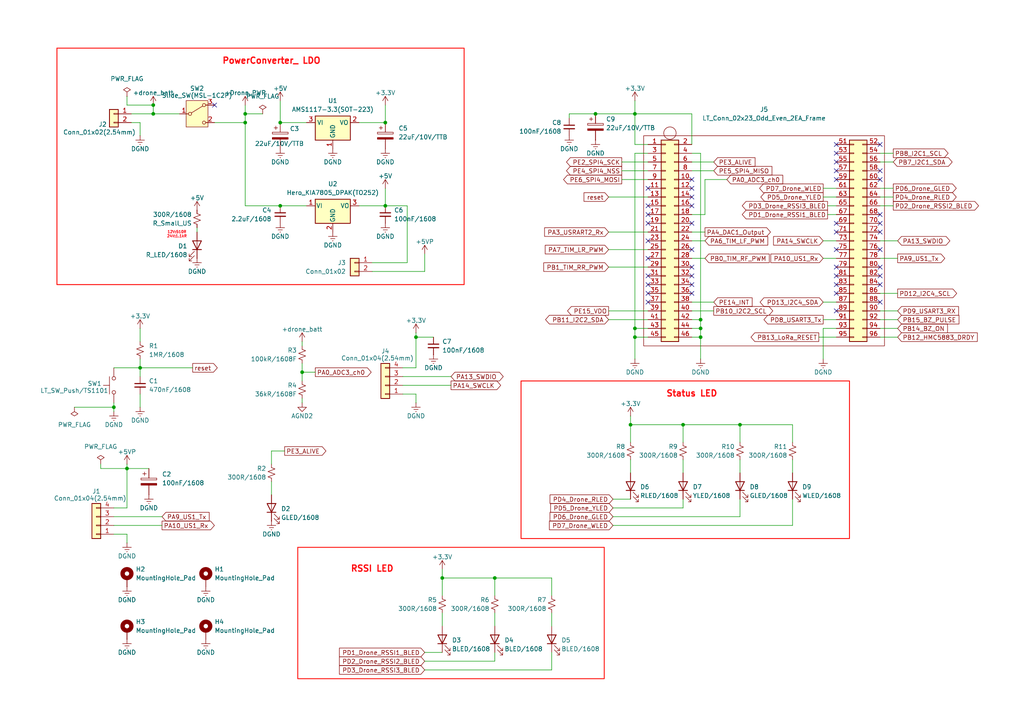
<source format=kicad_sch>
(kicad_sch (version 20250114) (generator "eeschema") (generator_version "9.0")
  (paper "A4")
  (rectangle (start 86.36 158.75) (end 175.26 196.85) (stroke (width 0.254) (color 255 4 0 1)))
  (rectangle (start 16.51 13.97) (end 134.62 82.55) (stroke (width 0.254) (color 255 4 0 1)))
  (rectangle (start 151.13 110.49) (end 246.38 156.21) (stroke (width 0.254) (color 255 4 0 1)))
  (text "RSSI LED" (at 107.95 165.1 0) (effects (font (size 1.778 1.778) (thickness 0.3556) (bold yes))))
  (text "12V:510R\n24V:1.1kR" (at 51.308 68.072 0) (effects (font (size 0.762 0.762))))
  (text "PowerConverter_ LDO" (at 78.74 17.78 0) (effects (font (size 1.778 1.778) (thickness 0.3556) (bold yes))))
  (text "Status LED" (at 200.66 114.3 0) (effects (font (size 1.778 1.778) (thickness 0.3556) (bold yes))))
  (junction (at 44.45 30.48))
  (junction (at 120.65 97.79))
  (junction (at 143.51 167.64))
  (junction (at 87.63 107.95))
  (junction (at 71.12 35.56))
  (junction (at 33.02 118.11))
  (junction (at 40.64 106.68))
  (junction (at 203.2 95.25))
  (junction (at 182.88 123.19))
  (junction (at 184.15 97.79))
  (junction (at 184.15 33.02))
  (junction (at 36.83 135.89))
  (junction (at 71.12 33.02))
  (junction (at 203.2 97.79))
  (junction (at 44.45 33.02))
  (junction (at 203.2 92.71))
  (junction (at 128.27 167.64))
  (junction (at 214.63 123.19))
  (junction (at 172.72 33.02))
  (junction (at 81.28 35.56))
  (junction (at 81.28 59.69))
  (junction (at 198.12 123.19))
  (junction (at 111.76 59.69))
  (junction (at 184.15 95.25))
  (junction (at 111.76 35.56))
  (no_connect (at 242.57 64.77))
  (no_connect (at 242.57 80.01))
  (no_connect (at 255.27 82.55))
  (no_connect (at 255.27 72.39))
  (no_connect (at 242.57 41.91))
  (no_connect (at 187.96 87.63))
  (no_connect (at 255.27 77.47))
  (no_connect (at 242.57 44.45))
  (no_connect (at 255.27 64.77))
  (no_connect (at 200.66 54.61))
  (no_connect (at 187.96 62.23))
  (no_connect (at 187.96 54.61))
  (no_connect (at 242.57 52.07))
  (no_connect (at 200.66 72.39))
  (no_connect (at 187.96 69.85))
  (no_connect (at 62.23 30.48))
  (no_connect (at 255.27 41.91))
  (no_connect (at 187.96 64.77))
  (no_connect (at 242.57 49.53))
  (no_connect (at 255.27 87.63))
  (no_connect (at 187.96 59.69))
  (no_connect (at 200.66 57.15))
  (no_connect (at 242.57 46.99))
  (no_connect (at 242.57 82.55))
  (no_connect (at 200.66 85.09))
  (no_connect (at 200.66 82.55))
  (no_connect (at 200.66 77.47))
  (no_connect (at 242.57 72.39))
  (no_connect (at 200.66 64.77))
  (no_connect (at 255.27 80.01))
  (no_connect (at 187.96 85.09))
  (no_connect (at 187.96 80.01))
  (no_connect (at 200.66 59.69))
  (no_connect (at 242.57 77.47))
  (no_connect (at 200.66 52.07))
  (no_connect (at 242.57 85.09))
  (no_connect (at 242.57 90.17))
  (no_connect (at 255.27 62.23))
  (no_connect (at 255.27 52.07))
  (no_connect (at 255.27 49.53))
  (no_connect (at 187.96 82.55))
  (no_connect (at 242.57 67.31))
  (no_connect (at 200.66 80.01))
  (no_connect (at 187.96 74.93))
  (no_connect (at 255.27 67.31))
  (wire (pts (xy 229.87 133.35) (xy 229.87 137.16)))
  (wire (pts (xy 71.12 33.02) (xy 76.2 33.02)))
  (wire (pts (xy 177.8 152.4) (xy 229.87 152.4)))
  (wire (pts (xy 81.28 35.56) (xy 88.9 35.56)))
  (wire (pts (xy 255.27 44.45) (xy 259.08 44.45)))
  (wire (pts (xy 255.27 69.85) (xy 260.35 69.85)))
  (wire (pts (xy 40.64 35.56) (xy 40.64 39.37)))
  (wire (pts (xy 255.27 97.79) (xy 260.35 97.79)))
  (wire (pts (xy 120.65 106.68) (xy 116.84 106.68)))
  (wire (pts (xy 255.27 74.93) (xy 260.35 74.93)))
  (wire (pts (xy 184.15 33.02) (xy 200.66 33.02)))
  (wire (pts (xy 36.83 30.48) (xy 44.45 30.48)))
  (wire (pts (xy 104.14 35.56) (xy 111.76 35.56)))
  (wire (pts (xy 128.27 177.8) (xy 128.27 181.61)))
  (wire (pts (xy 214.63 144.78) (xy 214.63 149.86)))
  (wire (pts (xy 78.74 139.7) (xy 78.74 143.51)))
  (wire (pts (xy 255.27 85.09) (xy 260.35 85.09)))
  (wire (pts (xy 176.53 72.39) (xy 187.96 72.39)))
  (wire (pts (xy 200.66 74.93) (xy 204.47 74.93)))
  (wire (pts (xy 177.8 144.78) (xy 182.88 144.78)))
  (wire (pts (xy 176.53 90.17) (xy 187.96 90.17)))
  (wire (pts (xy 78.74 130.81) (xy 82.55 130.81)))
  (wire (pts (xy 176.53 92.71) (xy 187.96 92.71)))
  (wire (pts (xy 71.12 35.56) (xy 71.12 59.69)))
  (wire (pts (xy 111.76 59.69) (xy 118.11 59.69)))
  (wire (pts (xy 203.2 97.79) (xy 203.2 104.14)))
  (wire (pts (xy 255.27 59.69) (xy 259.08 59.69)))
  (wire (pts (xy 172.72 33.02) (xy 184.15 33.02)))
  (wire (pts (xy 160.02 172.72) (xy 160.02 167.64)))
  (wire (pts (xy 33.02 154.94) (xy 36.83 154.94)))
  (wire (pts (xy 36.83 134.62) (xy 36.83 135.89)))
  (wire (pts (xy 242.57 95.25) (xy 238.76 95.25)))
  (wire (pts (xy 184.15 97.79) (xy 184.15 104.14)))
  (wire (pts (xy 33.02 116.84) (xy 33.02 118.11)))
  (wire (pts (xy 81.28 59.69) (xy 88.9 59.69)))
  (wire (pts (xy 200.66 87.63) (xy 207.01 87.63)))
  (wire (pts (xy 204.47 52.07) (xy 210.82 52.07)))
  (wire (pts (xy 128.27 165.1) (xy 128.27 167.64)))
  (wire (pts (xy 116.84 111.76) (xy 130.81 111.76)))
  (wire (pts (xy 120.65 96.52) (xy 120.65 97.79)))
  (wire (pts (xy 187.96 97.79) (xy 184.15 97.79)))
  (wire (pts (xy 33.02 152.4) (xy 46.99 152.4)))
  (wire (pts (xy 200.66 90.17) (xy 207.01 90.17)))
  (wire (pts (xy 40.64 106.68) (xy 40.64 109.22)))
  (wire (pts (xy 38.1 35.56) (xy 40.64 35.56)))
  (wire (pts (xy 120.65 97.79) (xy 120.65 106.68)))
  (wire (pts (xy 238.76 95.25) (xy 238.76 104.14)))
  (wire (pts (xy 36.83 154.94) (xy 36.83 157.48)))
  (wire (pts (xy 36.83 147.32) (xy 33.02 147.32)))
  (wire (pts (xy 165.1 33.02) (xy 172.72 33.02)))
  (wire (pts (xy 71.12 33.02) (xy 71.12 35.56)))
  (wire (pts (xy 176.53 67.31) (xy 187.96 67.31)))
  (wire (pts (xy 237.49 97.79) (xy 242.57 97.79)))
  (wire (pts (xy 104.14 59.69) (xy 111.76 59.69)))
  (wire (pts (xy 87.63 107.95) (xy 87.63 110.49)))
  (wire (pts (xy 123.19 191.77) (xy 143.51 191.77)))
  (wire (pts (xy 177.8 149.86) (xy 214.63 149.86)))
  (wire (pts (xy 184.15 41.91) (xy 184.15 33.02)))
  (wire (pts (xy 238.76 54.61) (xy 242.57 54.61)))
  (wire (pts (xy 38.1 33.02) (xy 44.45 33.02)))
  (wire (pts (xy 78.74 130.81) (xy 78.74 134.62)))
  (wire (pts (xy 87.63 105.41) (xy 87.63 107.95)))
  (wire (pts (xy 40.64 118.11) (xy 40.64 114.3)))
  (wire (pts (xy 182.88 133.35) (xy 182.88 137.16)))
  (wire (pts (xy 62.23 35.56) (xy 71.12 35.56)))
  (wire (pts (xy 203.2 44.45) (xy 203.2 92.71)))
  (wire (pts (xy 240.03 59.69) (xy 242.57 59.69)))
  (wire (pts (xy 203.2 95.25) (xy 203.2 97.79)))
  (wire (pts (xy 111.76 54.61) (xy 111.76 59.69)))
  (wire (pts (xy 229.87 128.27) (xy 229.87 123.19)))
  (wire (pts (xy 36.83 135.89) (xy 36.83 147.32)))
  (wire (pts (xy 160.02 167.64) (xy 143.51 167.64)))
  (wire (pts (xy 198.12 133.35) (xy 198.12 137.16)))
  (wire (pts (xy 123.19 189.23) (xy 128.27 189.23)))
  (wire (pts (xy 176.53 57.15) (xy 187.96 57.15)))
  (wire (pts (xy 200.66 95.25) (xy 203.2 95.25)))
  (wire (pts (xy 255.27 90.17) (xy 260.35 90.17)))
  (wire (pts (xy 40.64 95.25) (xy 40.64 99.06)))
  (wire (pts (xy 21.59 118.11) (xy 33.02 118.11)))
  (wire (pts (xy 204.47 62.23) (xy 200.66 62.23)))
  (wire (pts (xy 143.51 177.8) (xy 143.51 181.61)))
  (wire (pts (xy 143.51 191.77) (xy 143.51 189.23)))
  (wire (pts (xy 182.88 123.19) (xy 182.88 128.27)))
  (wire (pts (xy 198.12 123.19) (xy 182.88 123.19)))
  (wire (pts (xy 200.66 49.53) (xy 207.01 49.53)))
  (wire (pts (xy 187.96 95.25) (xy 184.15 95.25)))
  (wire (pts (xy 229.87 123.19) (xy 214.63 123.19)))
  (wire (pts (xy 182.88 120.65) (xy 182.88 123.19)))
  (wire (pts (xy 200.66 67.31) (xy 204.47 67.31)))
  (wire (pts (xy 214.63 128.27) (xy 214.63 123.19)))
  (wire (pts (xy 87.63 107.95) (xy 91.44 107.95)))
  (wire (pts (xy 87.63 99.06) (xy 87.63 100.33)))
  (wire (pts (xy 238.76 57.15) (xy 242.57 57.15)))
  (wire (pts (xy 71.12 59.69) (xy 81.28 59.69)))
  (wire (pts (xy 184.15 95.25) (xy 184.15 97.79)))
  (wire (pts (xy 238.76 69.85) (xy 242.57 69.85)))
  (wire (pts (xy 87.63 116.84) (xy 87.63 115.57)))
  (wire (pts (xy 44.45 30.48) (xy 44.45 33.02)))
  (wire (pts (xy 128.27 167.64) (xy 128.27 172.72)))
  (wire (pts (xy 255.27 95.25) (xy 260.35 95.25)))
  (wire (pts (xy 36.83 27.94) (xy 36.83 30.48)))
  (wire (pts (xy 187.96 41.91) (xy 184.15 41.91)))
  (wire (pts (xy 200.66 46.99) (xy 207.01 46.99)))
  (wire (pts (xy 33.02 149.86) (xy 46.99 149.86)))
  (wire (pts (xy 255.27 46.99) (xy 259.08 46.99)))
  (wire (pts (xy 118.11 76.2) (xy 107.95 76.2)))
  (wire (pts (xy 255.27 57.15) (xy 259.08 57.15)))
  (wire (pts (xy 177.8 147.32) (xy 198.12 147.32)))
  (wire (pts (xy 214.63 133.35) (xy 214.63 137.16)))
  (wire (pts (xy 107.95 78.74) (xy 123.19 78.74)))
  (wire (pts (xy 116.84 114.3) (xy 120.65 114.3)))
  (wire (pts (xy 180.34 49.53) (xy 187.96 49.53)))
  (wire (pts (xy 44.45 33.02) (xy 52.07 33.02)))
  (wire (pts (xy 200.66 69.85) (xy 204.47 69.85)))
  (wire (pts (xy 36.83 135.89) (xy 43.18 135.89)))
  (wire (pts (xy 184.15 29.21) (xy 184.15 33.02)))
  (wire (pts (xy 214.63 123.19) (xy 198.12 123.19)))
  (wire (pts (xy 143.51 172.72) (xy 143.51 167.64)))
  (wire (pts (xy 71.12 30.48) (xy 71.12 33.02)))
  (wire (pts (xy 111.76 30.48) (xy 111.76 35.56)))
  (wire (pts (xy 81.28 29.21) (xy 81.28 35.56)))
  (wire (pts (xy 29.21 135.89) (xy 36.83 135.89)))
  (wire (pts (xy 240.03 62.23) (xy 242.57 62.23)))
  (wire (pts (xy 57.15 66.04) (xy 57.15 67.31)))
  (wire (pts (xy 203.2 92.71) (xy 203.2 95.25)))
  (wire (pts (xy 184.15 44.45) (xy 184.15 95.25)))
  (wire (pts (xy 238.76 87.63) (xy 242.57 87.63)))
  (wire (pts (xy 33.02 119.38) (xy 33.02 118.11)))
  (wire (pts (xy 200.66 97.79) (xy 203.2 97.79)))
  (wire (pts (xy 40.64 106.68) (xy 55.88 106.68)))
  (wire (pts (xy 187.96 44.45) (xy 184.15 44.45)))
  (wire (pts (xy 255.27 92.71) (xy 260.35 92.71)))
  (wire (pts (xy 143.51 167.64) (xy 128.27 167.64)))
  (wire (pts (xy 200.66 92.71) (xy 203.2 92.71)))
  (wire (pts (xy 118.11 59.69) (xy 118.11 76.2)))
  (wire (pts (xy 160.02 189.23) (xy 160.02 194.31)))
  (wire (pts (xy 29.21 134.62) (xy 29.21 135.89)))
  (wire (pts (xy 176.53 77.47) (xy 187.96 77.47)))
  (wire (pts (xy 123.19 194.31) (xy 160.02 194.31)))
  (wire (pts (xy 255.27 54.61) (xy 259.08 54.61)))
  (wire (pts (xy 180.34 52.07) (xy 187.96 52.07)))
  (wire (pts (xy 238.76 92.71) (xy 242.57 92.71)))
  (wire (pts (xy 200.66 41.91) (xy 200.66 33.02)))
  (wire (pts (xy 180.34 46.99) (xy 187.96 46.99)))
  (wire (pts (xy 200.66 44.45) (xy 203.2 44.45)))
  (wire (pts (xy 238.76 74.93) (xy 242.57 74.93)))
  (wire (pts (xy 229.87 152.4) (xy 229.87 144.78)))
  (wire (pts (xy 116.84 109.22) (xy 130.81 109.22)))
  (wire (pts (xy 160.02 177.8) (xy 160.02 181.61)))
  (wire (pts (xy 198.12 147.32) (xy 198.12 144.78)))
  (wire (pts (xy 33.02 106.68) (xy 40.64 106.68)))
  (wire (pts (xy 120.65 97.79) (xy 125.73 97.79)))
  (wire (pts (xy 198.12 128.27) (xy 198.12 123.19)))
  (wire (pts (xy 123.19 73.66) (xy 123.19 78.74)))
  (wire (pts (xy 120.65 114.3) (xy 120.65 116.84)))
  (wire (pts (xy 165.1 34.29) (xy 165.1 33.02)))
  (wire (pts (xy 40.64 104.14) (xy 40.64 106.68)))
  (wire (pts (xy 204.47 52.07) (xy 204.47 62.23)))
  (global_label "PA13_SWDIO" (shape bidirectional) (at 130.81 109.22 0) (property "Intersheetrefs" "${INTERSHEET_REFS}" (effects (hide yes))))
  (global_label "PD4_Drone_RLED" (shape input) (at 177.8 144.78 180) (property "Intersheetrefs" "${INTERSHEET_REFS}" (effects (hide yes))))
  (global_label "PA10_US1_Rx" (shape output) (at 46.99 152.4 0) (property "Intersheetrefs" "${INTERSHEET_REFS}" (effects (hide yes))))
  (global_label "PE3_ALIVE" (shape input) (at 207.01 46.99 0) (property "Intersheetrefs" "${INTERSHEET_REFS}" (effects (hide yes))))
  (global_label "PA7_TIM_LR_PWM" (shape input) (at 176.53 72.39 180) (property "Intersheetrefs" "${INTERSHEET_REFS}" (effects (hide yes))))
  (global_label "PB1_TIM_RR_PWM" (shape input) (at 176.53 77.47 180) (property "Intersheetrefs" "${INTERSHEET_REFS}" (effects (hide yes))))
  (global_label "PB7_I2C1_SDA" (shape bidirectional) (at 259.08 46.99 0) (property "Intersheetrefs" "${INTERSHEET_REFS}" (effects (hide yes))))
  (global_label "PD5_Drone_YLED" (shape input) (at 177.8 147.32 180) (property "Intersheetrefs" "${INTERSHEET_REFS}" (effects (hide yes))))
  (global_label "PA3_USRART2_Rx" (shape input) (at 176.53 67.31 180) (property "Intersheetrefs" "${INTERSHEET_REFS}" (effects (hide yes))))
  (global_label "PA13_SWDIO" (shape bidirectional) (at 260.35 69.85 0) (property "Intersheetrefs" "${INTERSHEET_REFS}" (effects (hide yes))))
  (global_label "PA14_SWCLK" (shape output) (at 130.81 111.76 0) (property "Intersheetrefs" "${INTERSHEET_REFS}" (effects (hide yes))))
  (global_label "PB8_I2C1_SCL" (shape output) (at 259.08 44.45 0) (property "Intersheetrefs" "${INTERSHEET_REFS}" (effects (hide yes))))
  (global_label "reset" (shape input) (at 176.53 57.15 180) (property "Intersheetrefs" "${INTERSHEET_REFS}" (effects (hide yes))))
  (global_label "PE6_SPI4_MOSI" (shape output) (at 180.34 52.07 180) (property "Intersheetrefs" "${INTERSHEET_REFS}" (effects (hide yes))))
  (global_label "PE4_SPI4_NSS" (shape output) (at 180.34 49.53 180) (property "Intersheetrefs" "${INTERSHEET_REFS}" (effects (hide yes))))
  (global_label "PD6_Drone_GLED" (shape output) (at 259.08 54.61 0) (property "Intersheetrefs" "${INTERSHEET_REFS}" (effects (hide yes))))
  (global_label "PE2_SPI4_SCK" (shape output) (at 180.34 46.99 180) (property "Intersheetrefs" "${INTERSHEET_REFS}" (effects (hide yes))))
  (global_label "PA14_SWCLK" (shape input) (at 238.76 69.85 180) (property "Intersheetrefs" "${INTERSHEET_REFS}" (effects (hide yes))))
  (global_label "PA0_ADC3_ch0" (shape input) (at 210.82 52.07 0) (property "Intersheetrefs" "${INTERSHEET_REFS}" (effects (hide yes))))
  (global_label "PB15_BZ_PULSE" (shape input) (at 260.35 92.71 0) (property "Intersheetrefs" "${INTERSHEET_REFS}" (effects (hide yes))))
  (global_label "PD2_Drone_RSSI2_BLED" (shape output) (at 259.08 59.69 0) (property "Intersheetrefs" "${INTERSHEET_REFS}" (effects (hide yes))))
  (global_label "PD9_USART3_RX" (shape input) (at 260.35 90.17 0) (property "Intersheetrefs" "${INTERSHEET_REFS}" (effects (hide yes))))
  (global_label "PE3_ALIVE" (shape output) (at 82.55 130.81 0) (property "Intersheetrefs" "${INTERSHEET_REFS}" (effects (hide yes))))
  (global_label "PB12_HMC5883_DRDY" (shape input) (at 260.35 97.79 0) (property "Intersheetrefs" "${INTERSHEET_REFS}" (effects (hide yes))))
  (global_label "PA0_ADC3_ch0" (shape output) (at 91.44 107.95 0) (property "Intersheetrefs" "${INTERSHEET_REFS}" (effects (hide yes))))
  (global_label "PE14_INT" (shape input) (at 207.01 87.63 0) (property "Intersheetrefs" "${INTERSHEET_REFS}" (effects (hide yes))))
  (global_label "PA9_US1_Tx" (shape output) (at 260.35 74.93 0) (property "Intersheetrefs" "${INTERSHEET_REFS}" (effects (hide yes))))
  (global_label "PB11_I2C2_SDA" (shape bidirectional) (at 176.53 92.71 180) (property "Intersheetrefs" "${INTERSHEET_REFS}" (effects (hide yes))))
  (global_label "PB13_LoRa_RESET" (shape output) (at 237.49 97.79 180) (property "Intersheetrefs" "${INTERSHEET_REFS}" (effects (hide yes))))
  (global_label "PE5_SPI4_MISO" (shape input) (at 207.01 49.53 0) (property "Intersheetrefs" "${INTERSHEET_REFS}" (effects (hide yes))))
  (global_label "PD3_Drone_RSSI3_BLED" (shape output) (at 240.03 59.69 180) (property "Intersheetrefs" "${INTERSHEET_REFS}" (effects (hide yes))))
  (global_label "PA4_DAC1_Output" (shape output) (at 204.47 67.31 0) (property "Intersheetrefs" "${INTERSHEET_REFS}" (effects (hide yes))))
  (global_label "reset" (shape output) (at 55.88 106.68 0) (property "Intersheetrefs" "${INTERSHEET_REFS}" (effects (hide yes))))
  (global_label "PB10_I2C2_SCL" (shape output) (at 207.01 90.17 0) (property "Intersheetrefs" "${INTERSHEET_REFS}" (effects (hide yes))))
  (global_label "PE15_VDO" (shape output) (at 176.53 90.17 180) (property "Intersheetrefs" "${INTERSHEET_REFS}" (effects (hide yes))))
  (global_label "PD3_Drone_RSSI3_BLED" (shape input) (at 123.19 194.31 180) (property "Intersheetrefs" "${INTERSHEET_REFS}" (effects (hide yes))))
  (global_label "PB0_TIM_RF_PWM" (shape input) (at 204.47 74.93 0) (property "Intersheetrefs" "${INTERSHEET_REFS}" (effects (hide yes))))
  (global_label "PA6_TIM_LF_PWM" (shape input) (at 204.47 69.85 0) (property "Intersheetrefs" "${INTERSHEET_REFS}" (effects (hide yes))))
  (global_label "PD1_Drone_RSSI1_BLED" (shape output) (at 240.03 62.23 180) (property "Intersheetrefs" "${INTERSHEET_REFS}" (effects (hide yes))))
  (global_label "PD13_I2C4_SDA" (shape bidirectional) (at 238.76 87.63 180) (property "Intersheetrefs" "${INTERSHEET_REFS}" (effects (hide yes))))
  (global_label "PD5_Drone_YLED" (shape output) (at 238.76 57.15 180) (property "Intersheetrefs" "${INTERSHEET_REFS}" (effects (hide yes))))
  (global_label "PD4_Drone_RLED" (shape output) (at 259.08 57.15 0) (property "Intersheetrefs" "${INTERSHEET_REFS}" (effects (hide yes))))
  (global_label "PD8_USART3_Tx" (shape output) (at 238.76 92.71 180) (property "Intersheetrefs" "${INTERSHEET_REFS}" (effects (hide yes))))
  (global_label "PD2_Drone_RSSI2_BLED" (shape input) (at 123.19 191.77 180) (property "Intersheetrefs" "${INTERSHEET_REFS}" (effects (hide yes))))
  (global_label "PD6_Drone_GLED" (shape input) (at 177.8 149.86 180) (property "Intersheetrefs" "${INTERSHEET_REFS}" (effects (hide yes))))
  (global_label "PD12_I2C4_SCL" (shape output) (at 260.35 85.09 0) (property "Intersheetrefs" "${INTERSHEET_REFS}" (effects (hide yes))))
  (global_label "PA10_US1_Rx" (shape input) (at 238.76 74.93 180) (property "Intersheetrefs" "${INTERSHEET_REFS}" (effects (hide yes))))
  (global_label "PD1_Drone_RSSI1_BLED" (shape input) (at 123.19 189.23 180) (property "Intersheetrefs" "${INTERSHEET_REFS}" (effects (hide yes))))
  (global_label "PB14_BZ_ON" (shape input) (at 260.35 95.25 0) (property "Intersheetrefs" "${INTERSHEET_REFS}" (effects (hide yes))))
  (global_label "PA9_US1_Tx" (shape input) (at 46.99 149.86 0) (property "Intersheetrefs" "${INTERSHEET_REFS}" (effects (hide yes))))
  (global_label "PD7_Drone_WLED" (shape output) (at 238.76 54.61 180) (property "Intersheetrefs" "${INTERSHEET_REFS}" (effects (hide yes))))
  (global_label "PD7_Drone_WLED" (shape input) (at 177.8 152.4 180) (property "Intersheetrefs" "${INTERSHEET_REFS}" (effects (hide yes))))
  (symbol (lib_id "power:PWR_FLAG") (at 29.21 134.62 0) (unit 1)
    (property "Reference" "#FLG04" (effects (hide yes)))
    (property "Value" "PWR_FLAG" (at 29.21 129.54 0))
    (property "Description" "Special symbol for telling ERC where power comes from" (effects (hide yes)))
  )
  (symbol (lib_id "Device:LED") (at 229.87 140.97 90) (unit 1)
    (property "Reference" "D9" (at 232.664 141.224 90) (effects (justify right)))
    (property "Value" "WLED/1608" (at 232.664 143.764 90) (effects (justify right)))
    (property "Footprint" "LED_SMD:LED_0603_1608Metric_Pad1.05x0.95mm_HandSolder" (effects (hide yes)))
    (property "Description" "Light emitting diode" (effects (hide yes)))
    (property "Sim.Pins" "1=K 2=A" (effects (hide yes)))
  )
  (symbol (lib_id "Switch:SW_Wuerth_450301014042") (at 57.15 33.02 0) (unit 1)
    (property "Reference" "SW2" (at 57.15 25.654 0))
    (property "Value" "Slide_SW(MSL-1C2P)" (at 57.15 27.686 0))
    (property "Footprint" "Button_Switch_THT:SW_Slide-03_Wuerth-WS-SLTV_10x2.5x6.4_P2.54mm" (effects (hide yes)))
    (property "Datasheet" "https://www.we-online.com/components/products/datasheet/450301014042.pdf" (effects (hide yes)))
    (property "Description" "Switch slide, single pole double throw" (effects (hide yes)))
  )
  (symbol (lib_id "power:Earth") (at 238.76 104.14 0) (unit 1)
    (property "Reference" "#PWR034" (effects (hide yes)))
    (property "Value" "DGND" (at 238.76 107.95 0))
    (property "Description" "Power symbol creates a global label with name \"Earth\"" (effects (hide yes)))
  )
  (symbol (lib_id "Device:R_Small_US") (at 40.64 101.6 0) (unit 1)
    (property "Reference" "R1" (at 43.18 100.3299 0) (effects (justify left)))
    (property "Value" "1MR/1608" (at 43.18 102.8699 0) (effects (justify left)))
    (property "Footprint" "Resistor_SMD:R_0603_1608Metric_Pad0.98x0.95mm_HandSolder" (effects (hide yes)))
    (property "Description" "Resistor, small US symbol" (effects (hide yes)))
  )
  (symbol (lib_id "power:Earth") (at 96.52 43.18 0) (unit 1)
    (property "Reference" "#PWR017" (effects (hide yes)))
    (property "Value" "DGND" (at 96.52 46.99 0))
    (property "Description" "Power symbol creates a global label with name \"Earth\"" (effects (hide yes)))
  )
  (symbol (lib_id "Regulator_Linear:AMS1117-5.0") (at 96.52 35.56 0) (unit 1)
    (property "Reference" "U1" (at 96.52 29.21 0))
    (property "Value" "AMS1117-3.3(SOT-223)" (at 96.52 31.75 0))
    (property "Footprint" "Package_TO_SOT_SMD:SOT-223-3_TabPin2" (effects (hide yes)))
    (property "Datasheet" "http://www.advanced-monolithic.com/pdf/ds1117.pdf" (effects (hide yes)))
    (property "Description" "1A Low Dropout regulator, positive, 5.0V fixed output, SOT-223" (effects (hide yes)))
  )
  (symbol (lib_id "power:+12V") (at 44.45 30.48 0) (unit 1)
    (property "Reference" "#PWR08" (effects (hide yes)))
    (property "Value" "+drone_batt" (at 44.45 26.924 0))
    (property "Description" "Power symbol creates a global label with name \"+12V\"" (effects (hide yes)))
  )
  (symbol (lib_id "power:Earth") (at 111.76 43.18 0) (unit 1)
    (property "Reference" "#PWR020" (effects (hide yes)))
    (property "Value" "DGND" (at 111.76 46.99 0))
    (property "Description" "Power symbol creates a global label with name \"Earth\"" (effects (hide yes)))
  )
  (symbol (lib_id "power:Earth") (at 40.64 39.37 0) (unit 1)
    (property "Reference" "#PWR06" (effects (hide yes)))
    (property "Value" "DGND" (at 40.64 43.18 0))
    (property "Description" "Power symbol creates a global label with name \"Earth\"" (effects (hide yes)))
  )
  (symbol (lib_id "Device:LED") (at 128.27 185.42 90) (unit 1)
    (property "Reference" "D3" (at 131.064 185.674 90) (effects (justify right)))
    (property "Value" "BLED/1608" (at 131.064 188.214 90) (effects (justify right)))
    (property "Footprint" "LED_SMD:LED_0603_1608Metric_Pad1.05x0.95mm_HandSolder" (effects (hide yes)))
    (property "Description" "Light emitting diode" (effects (hide yes)))
    (property "Sim.Pins" "1=K 2=A" (effects (hide yes)))
  )
  (symbol (lib_id "power:+3.3V") (at 120.65 96.52 0) (unit 1)
    (property "Reference" "#PWR023" (effects (hide yes)))
    (property "Value" "+3.3V" (at 120.65 92.964 0))
    (property "Description" "Power symbol creates a global label with name \"+3.3V\"" (effects (hide yes)))
  )
  (symbol (lib_id "Device:R_Small_US") (at 57.15 63.5 0) (unit 1)
    (property "Reference" "300R/1608" (at 55.626 62.23 0) (effects (justify right)))
    (property "Value" "R_Small_US" (at 55.626 64.77 0) (effects (justify right)))
    (property "Footprint" "Capacitor_SMD:C_0603_1608Metric_Pad1.08x0.95mm_HandSolder" (effects (hide yes)))
    (property "Description" "Resistor, small US symbol" (effects (hide yes)))
  )
  (symbol (lib_id "Device:R_Small_US") (at 87.63 113.03 0) (unit 1)
    (property "Reference" "R4" (at 86.106 111.76 0) (effects (justify right)))
    (property "Value" "36kR/1608F" (at 86.106 114.3 0) (effects (justify right)))
    (property "Footprint" "Resistor_SMD:R_0603_1608Metric_Pad0.98x0.95mm_HandSolder" (effects (hide yes)))
    (property "Description" "Resistor, small US symbol" (effects (hide yes)))
  )
  (symbol (lib_id "power:Earth") (at 165.1 39.37 0) (unit 1)
    (property "Reference" "#PWR028" (effects (hide yes)))
    (property "Value" "DGND" (at 165.1 43.18 0))
    (property "Description" "Power symbol creates a global label with name \"Earth\"" (effects (hide yes)))
  )
  (symbol (lib_id "power:+5V") (at 57.15 60.96 0) (unit 1)
    (property "Reference" "#PWR075" (effects (hide yes)))
    (property "Value" "+5V" (at 57.15 57.404 0))
    (property "Description" "Power symbol creates a global label with name \"+5V\"" (effects (hide yes)))
  )
  (symbol (lib_id "power:+3.3V") (at 123.19 73.66 0) (unit 1)
    (property "Reference" "#PWR025" (effects (hide yes)))
    (property "Value" "+5VP" (at 123.19 70.104 0))
    (property "Description" "Power symbol creates a global label with name \"+3.3V\"" (effects (hide yes)))
  )
  (symbol (lib_id "Device:C_Small") (at 111.76 62.23 0) (unit 1)
    (property "Reference" "C6" (at 114.3 60.9662 0) (effects (justify left)))
    (property "Value" "100nF/1608" (at 114.3 63.5062 0) (effects (justify left)))
    (property "Footprint" "Capacitor_SMD:C_0603_1608Metric_Pad1.08x0.95mm_HandSolder" (effects (hide yes)))
    (property "Description" "Unpolarized capacitor, small symbol" (effects (hide yes)))
  )
  (symbol (lib_id "power:+3.3V") (at 184.15 29.21 0) (unit 1)
    (property "Reference" "#PWR031" (effects (hide yes)))
    (property "Value" "+3.3V" (at 184.15 25.654 0))
    (property "Description" "Power symbol creates a global label with name \"+3.3V\"" (effects (hide yes)))
  )
  (symbol (lib_id "Connector_Generic:Conn_01x02") (at 33.02 33.02 0) (mirror y) (unit 1)
    (property "Reference" "J2" (at 30.988 36.068 0) (effects (justify left)))
    (property "Value" "Conn_01x02(2.54mm)" (at 39.37 38.354 0) (effects (justify left)))
    (property "Footprint" "Connector_PinHeader_2.54mm:PinHeader_1x02_P2.54mm_Vertical" (effects (hide yes)))
    (property "Description" "Generic connector, single row, 01x02, script generated (kicad-library-utils/schlib/autogen/connector/)" (effects (hide yes)))
  )
  (symbol (lib_id "power:+3.3V") (at 111.76 30.48 0) (unit 1)
    (property "Reference" "#PWR019" (effects (hide yes)))
    (property "Value" "+3.3V" (at 111.76 26.924 0))
    (property "Description" "Power symbol creates a global label with name \"+3.3V\"" (effects (hide yes)))
  )
  (symbol (lib_id "power:PWR_FLAG") (at 76.2 33.02 0) (unit 1)
    (property "Reference" "#FLG02" (effects (hide yes)))
    (property "Value" "PWR_FLAG" (at 76.2 27.94 0))
    (property "Description" "Special symbol for telling ERC where power comes from" (effects (hide yes)))
  )
  (symbol (lib_id "power:+3.3V") (at 71.12 30.48 0) (unit 1)
    (property "Reference" "#PWR010" (effects (hide yes)))
    (property "Value" "+Drone_PWR" (at 71.12 26.924 0))
    (property "Description" "Power symbol creates a global label with name \"+3.3V\"" (effects (hide yes)))
  )
  (symbol (lib_id "Mechanical:MountingHole_Pad") (at 36.83 182.88 0) (unit 1) (in_bom no)
    (property "Reference" "H3" (at 39.37 180.3399 0) (effects (justify left)))
    (property "Value" "MountingHole_Pad" (at 39.37 182.8799 0) (effects (justify left)))
    (property "Footprint" "MountingHole:MountingHole_3.2mm_M3_Pad_TopBottom" (effects (hide yes)))
    (property "Description" "Mounting Hole with connection" (effects (hide yes)))
  )
  (symbol (lib_id "power:+3.3V") (at 36.83 134.62 0) (unit 1)
    (property "Reference" "#PWR02" (effects (hide yes)))
    (property "Value" "+5VP" (at 36.83 131.064 0))
    (property "Description" "Power symbol creates a global label with name \"+3.3V\"" (effects (hide yes)))
  )
  (symbol (lib_id "power:Earth") (at 184.15 104.14 0) (unit 1)
    (property "Reference" "#PWR032" (effects (hide yes)))
    (property "Value" "DGND" (at 184.15 107.95 0))
    (property "Description" "Power symbol creates a global label with name \"Earth\"" (effects (hide yes)))
  )
  (symbol (lib_id "power:Earth") (at 43.18 143.51 0) (unit 1)
    (property "Reference" "#PWR07" (effects (hide yes)))
    (property "Value" "DGND" (at 43.18 147.32 0))
    (property "Description" "Power symbol creates a global label with name \"Earth\"" (effects (hide yes)))
  )
  (symbol (lib_id "power:+3.3V") (at 128.27 165.1 0) (unit 1)
    (property "Reference" "#PWR027" (effects (hide yes)))
    (property "Value" "+3.3V" (at 128.27 161.544 0))
    (property "Description" "Power symbol creates a global label with name \"+3.3V\"" (effects (hide yes)))
  )
  (symbol (lib_id "Device:R_Small_US") (at 143.51 175.26 0) (unit 1)
    (property "Reference" "R6" (at 141.986 173.99 0) (effects (justify right)))
    (property "Value" "300R/1608" (at 141.986 176.53 0) (effects (justify right)))
    (property "Footprint" "Resistor_SMD:R_0603_1608Metric_Pad0.98x0.95mm_HandSolder" (effects (hide yes)))
    (property "Description" "Resistor, small US symbol" (effects (hide yes)))
  )
  (symbol (lib_id "Device:C_Small") (at 165.1 36.83 0) (mirror y) (unit 1)
    (property "Reference" "C8" (at 162.814 35.56 0) (effects (justify left)))
    (property "Value" "100nF/1608" (at 162.814 38.1 0) (effects (justify left)))
    (property "Footprint" "Capacitor_SMD:C_0603_1608Metric_Pad1.08x0.95mm_HandSolder" (effects (hide yes)))
    (property "Description" "Unpolarized capacitor, small symbol" (effects (hide yes)))
  )
  (symbol (lib_id "power:GND") (at 87.63 116.84 0) (unit 1)
    (property "Reference" "#PWR013" (effects (hide yes)))
    (property "Value" "AGND2" (at 87.63 120.65 0))
    (property "Description" "Power symbol creates a global label with name \"GND\" , ground" (effects (hide yes)))
  )
  (symbol (lib_id "Device:LED") (at 214.63 140.97 90) (unit 1)
    (property "Reference" "D8" (at 217.424 141.224 90) (effects (justify right)))
    (property "Value" "GLED/1608" (at 217.424 143.764 90) (effects (justify right)))
    (property "Footprint" "LED_SMD:LED_0603_1608Metric_Pad1.05x0.95mm_HandSolder" (effects (hide yes)))
    (property "Description" "Light emitting diode" (effects (hide yes)))
    (property "Sim.Pins" "1=K 2=A" (effects (hide yes)))
  )
  (symbol (lib_id "Device:LED") (at 182.88 140.97 90) (unit 1)
    (property "Reference" "D6" (at 185.674 141.224 90) (effects (justify right)))
    (property "Value" "RLED/1608" (at 185.674 143.764 90) (effects (justify right)))
    (property "Footprint" "LED_SMD:LED_0603_1608Metric_Pad1.05x0.95mm_HandSolder" (effects (hide yes)))
    (property "Description" "Light emitting diode" (effects (hide yes)))
    (property "Sim.Pins" "1=K 2=A" (effects (hide yes)))
  )
  (symbol (lib_id "Device:C_Polarized") (at 81.28 39.37 0) (unit 1)
    (property "Reference" "C3" (at 84.074 37.338 0) (effects (justify left)))
    (property "Value" "22uF/10V/TTB" (at 73.914 41.656 0) (effects (justify left)))
    (property "Footprint" "Capacitor_Tantalum_SMD:CP_EIA-3528-21_Kemet-B_HandSolder" (effects (hide yes)))
    (property "Description" "Polarized capacitor" (effects (hide yes)))
  )
  (symbol (lib_id "Connector_Generic:Conn_01x04") (at 111.76 111.76 180) (unit 1)
    (property "Reference" "J4" (at 111.76 101.854 0))
    (property "Value" "Conn_01x04(2.54mm)" (at 109.474 103.886 0))
    (property "Footprint" "Connector_PinHeader_2.54mm:PinHeader_1x04_P2.54mm_Vertical" (effects (hide yes)))
    (property "Description" "Generic connector, single row, 01x04, script generated (kicad-library-utils/schlib/autogen/connector/)" (effects (hide yes)))
  )
  (symbol (lib_id "Device:R_Small_US") (at 198.12 130.81 0) (unit 1)
    (property "Reference" "R9" (at 196.596 129.54 0) (effects (justify right)))
    (property "Value" "300R/1608" (at 196.596 132.08 0) (effects (justify right)))
    (property "Footprint" "Resistor_SMD:R_0603_1608Metric_Pad0.98x0.95mm_HandSolder" (effects (hide yes)))
    (property "Description" "Resistor, small US symbol" (effects (hide yes)))
  )
  (symbol (lib_id "Mechanical:MountingHole_Pad") (at 59.69 182.88 0) (unit 1) (in_bom no)
    (property "Reference" "H4" (at 62.23 180.3399 0) (effects (justify left)))
    (property "Value" "MountingHole_Pad" (at 62.23 182.8799 0) (effects (justify left)))
    (property "Footprint" "MountingHole:MountingHole_3.2mm_M3_Pad_TopBottom" (effects (hide yes)))
    (property "Description" "Mounting Hole with connection" (effects (hide yes)))
  )
  (symbol (lib_id "Device:LED") (at 57.15 71.12 270) (mirror x) (unit 1)
    (property "Reference" "D1" (at 54.356 71.374 90) (effects (justify right)))
    (property "Value" "R_LED/1608" (at 54.356 73.914 90) (effects (justify right)))
    (property "Footprint" "LED_SMD:LED_0603_1608Metric_Pad1.05x0.95mm_HandSolder" (effects (hide yes)))
    (property "Description" "Light emitting diode" (effects (hide yes)))
    (property "Sim.Pins" "1=K 2=A" (effects (hide yes)))
  )
  (symbol (lib_id "Device:C_Polarized") (at 43.18 139.7 0) (unit 1)
    (property "Reference" "C2" (at 46.99 137.5409 0) (effects (justify left)))
    (property "Value" "100nF/1608" (at 46.99 140.0809 0) (effects (justify left)))
    (property "Footprint" "Capacitor_SMD:C_0603_1608Metric_Pad1.08x0.95mm_HandSolder" (effects (hide yes)))
    (property "Description" "Polarized capacitor" (effects (hide yes)))
  )
  (symbol (lib_id "LT80_Library:LT_Conn_02x23_Odd_Even_2EA_Frame") (at 193.04 72.39 0) (unit 1)
    (property "Reference" "J5" (at 221.615 31.75 0))
    (property "Value" "LT_Conn_02x23_Odd_Even_2EA_Frame" (at 221.615 34.29 0))
    (property "Footprint" "LT_Library80:LT_STM32F767VGT-23x2_Frame" (effects (hide yes)))
    (property "Description" "Generic connector, double row, 02x25, odd/even pin numbering scheme (row 1 odd numbers, row 2 even numbers), script generated (kicad-library-utils/schlib/autogen/connector/)" (effects (hide yes)))
  )
  (symbol (lib_id "Device:C_Polarized") (at 111.76 39.37 0) (unit 1)
    (property "Reference" "C5" (at 115.57 37.2109 0) (effects (justify left)))
    (property "Value" "22uF/10V/TTB" (at 115.57 39.7509 0) (effects (justify left)))
    (property "Footprint" "Capacitor_Tantalum_SMD:CP_EIA-3528-21_Kemet-B_HandSolder" (effects (hide yes)))
    (property "Description" "Polarized capacitor" (effects (hide yes)))
  )
  (symbol (lib_id "Device:LED") (at 143.51 185.42 90) (unit 1)
    (property "Reference" "D4" (at 146.304 185.674 90) (effects (justify right)))
    (property "Value" "BLED/1608" (at 146.304 188.214 90) (effects (justify right)))
    (property "Footprint" "LED_SMD:LED_0603_1608Metric_Pad1.05x0.95mm_HandSolder" (effects (hide yes)))
    (property "Description" "Light emitting diode" (effects (hide yes)))
    (property "Sim.Pins" "1=K 2=A" (effects (hide yes)))
  )
  (symbol (lib_id "power:Earth") (at 36.83 157.48 0) (unit 1)
    (property "Reference" "#PWR03" (effects (hide yes)))
    (property "Value" "DGND" (at 36.83 161.29 0))
    (property "Description" "Power symbol creates a global label with name \"Earth\"" (effects (hide yes)))
  )
  (symbol (lib_id "Device:LED") (at 78.74 147.32 90) (unit 1)
    (property "Reference" "D2" (at 81.534 147.574 90) (effects (justify right)))
    (property "Value" "GLED/1608" (at 81.534 150.114 90) (effects (justify right)))
    (property "Footprint" "LED_SMD:LED_0603_1608Metric_Pad1.05x0.95mm_HandSolder" (effects (hide yes)))
    (property "Description" "Light emitting diode" (effects (hide yes)))
    (property "Sim.Pins" "1=K 2=A" (effects (hide yes)))
  )
  (symbol (lib_id "power:Earth") (at 33.02 119.38 0) (unit 1)
    (property "Reference" "#PWR01" (effects (hide yes)))
    (property "Value" "DGND" (at 33.02 123.19 0))
    (property "Description" "Power symbol creates a global label with name \"Earth\"" (effects (hide yes)))
  )
  (symbol (lib_id "Device:R_Small_US") (at 214.63 130.81 0) (unit 1)
    (property "Reference" "R10" (at 213.106 129.54 0) (effects (justify right)))
    (property "Value" "300R/1608" (at 213.106 132.08 0) (effects (justify right)))
    (property "Footprint" "Resistor_SMD:R_0603_1608Metric_Pad0.98x0.95mm_HandSolder" (effects (hide yes)))
    (property "Description" "Resistor, small US symbol" (effects (hide yes)))
  )
  (symbol (lib_id "power:Earth") (at 59.69 170.18 0) (unit 1)
    (property "Reference" "#PWR072" (effects (hide yes)))
    (property "Value" "DGND" (at 59.69 173.99 0))
    (property "Description" "Power symbol creates a global label with name \"Earth\"" (effects (hide yes)))
  )
  (symbol (lib_id "power:Earth") (at 36.83 170.18 0) (unit 1)
    (property "Reference" "#PWR052" (effects (hide yes)))
    (property "Value" "DGND" (at 36.83 173.99 0))
    (property "Description" "Power symbol creates a global label with name \"Earth\"" (effects (hide yes)))
  )
  (symbol (lib_id "Device:LED") (at 160.02 185.42 90) (unit 1)
    (property "Reference" "D5" (at 162.814 185.674 90) (effects (justify right)))
    (property "Value" "BLED/1608" (at 162.814 188.214 90) (effects (justify right)))
    (property "Footprint" "LED_SMD:LED_0603_1608Metric_Pad1.05x0.95mm_HandSolder" (effects (hide yes)))
    (property "Description" "Light emitting diode" (effects (hide yes)))
    (property "Sim.Pins" "1=K 2=A" (effects (hide yes)))
  )
  (symbol (lib_id "Connector_Generic:Conn_01x04") (at 27.94 152.4 180) (unit 1)
    (property "Reference" "J1" (at 27.94 142.494 0))
    (property "Value" "Conn_01x04(2.54mm)" (at 26.162 144.526 0))
    (property "Footprint" "Connector_PinHeader_2.54mm:PinHeader_1x04_P2.54mm_Vertical" (effects (hide yes)))
    (property "Description" "Generic connector, single row, 01x04, script generated (kicad-library-utils/schlib/autogen/connector/)" (effects (hide yes)))
  )
  (symbol (lib_id "Hero_library_sym:Hero_KIA7805_DPAK(TO252)") (at 96.52 59.69 0) (unit 1)
    (property "Reference" "U2" (at 96.52 53.34 0))
    (property "Value" "Hero_KIA7805_DPAK(TO252)" (at 96.52 55.88 0))
    (property "Footprint" "Package_TO_SOT_SMD:TO-252-2" (effects (hide yes)))
    (property "Datasheet" "https://www.onsemi.com/pub/Collateral/MC78M00-D.PDF" (effects (hide yes)))
    (property "Description" "Positive 500mA 35V Linear Regulator, Fixed Output 5V, TO-252 (D-PAK)" (effects (hide yes)))
  )
  (symbol (lib_id "power:Earth") (at 36.83 185.42 0) (unit 1)
    (property "Reference" "#PWR073" (effects (hide yes)))
    (property "Value" "DGND" (at 36.83 189.23 0))
    (property "Description" "Power symbol creates a global label with name \"Earth\"" (effects (hide yes)))
  )
  (symbol (lib_id "power:Earth") (at 40.64 118.11 0) (unit 1)
    (property "Reference" "#PWR05" (effects (hide yes)))
    (property "Value" "DGND" (at 40.64 121.92 0))
    (property "Description" "Power symbol creates a global label with name \"Earth\"" (effects (hide yes)))
  )
  (symbol (lib_id "LT80_Library:LT_SW_Push") (at 33.02 111.76 90) (unit 1)
    (property "Reference" "SW1" (at 25.4 111.252 90) (effects (justify right)))
    (property "Value" "LT_SW_Push/TS1101" (at 11.684 113.284 90) (effects (justify right)))
    (property "Footprint" "LT_Library80:LT_TS-1101_SW" (effects (hide yes)))
    (property "Description" "Push button switch, generic, two pins" (effects (hide yes)))
  )
  (symbol (lib_id "Device:R_Small_US") (at 229.87 130.81 0) (unit 1)
    (property "Reference" "R11" (at 228.346 129.54 0) (effects (justify right)))
    (property "Value" "300R/1608" (at 228.346 132.08 0) (effects (justify right)))
    (property "Footprint" "Resistor_SMD:R_0603_1608Metric_Pad0.98x0.95mm_HandSolder" (effects (hide yes)))
    (property "Description" "Resistor, small US symbol" (effects (hide yes)))
  )
  (symbol (lib_id "Mechanical:MountingHole_Pad") (at 36.83 167.64 0) (unit 1) (in_bom no)
    (property "Reference" "H2" (at 39.37 165.0999 0) (effects (justify left)))
    (property "Value" "MountingHole_Pad" (at 39.37 167.6399 0) (effects (justify left)))
    (property "Footprint" "MountingHole:MountingHole_3.2mm_M3_Pad_TopBottom" (effects (hide yes)))
    (property "Description" "Mounting Hole with connection" (effects (hide yes)))
  )
  (symbol (lib_id "Mechanical:MountingHole_Pad") (at 59.69 167.64 0) (unit 1) (in_bom no)
    (property "Reference" "H1" (at 62.23 165.0999 0) (effects (justify left)))
    (property "Value" "MountingHole_Pad" (at 62.23 167.6399 0) (effects (justify left)))
    (property "Footprint" "MountingHole:MountingHole_3.2mm_M3_Pad_TopBottom" (effects (hide yes)))
    (property "Description" "Mounting Hole with connection" (effects (hide yes)))
  )
  (symbol (lib_id "power:Earth") (at 96.52 67.31 0) (unit 1)
    (property "Reference" "#PWR018" (effects (hide yes)))
    (property "Value" "DGND" (at 96.52 71.12 0))
    (property "Description" "Power symbol creates a global label with name \"Earth\"" (effects (hide yes)))
  )
  (symbol (lib_id "power:+12V") (at 87.63 99.06 0) (unit 1)
    (property "Reference" "#PWR012" (effects (hide yes)))
    (property "Value" "+drone_batt" (at 87.63 95.504 0))
    (property "Description" "Power symbol creates a global label with name \"+12V\"" (effects (hide yes)))
  )
  (symbol (lib_id "power:Earth") (at 81.28 43.18 0) (unit 1)
    (property "Reference" "#PWR015" (effects (hide yes)))
    (property "Value" "DGND" (at 81.28 46.99 0))
    (property "Description" "Power symbol creates a global label with name \"Earth\"" (effects (hide yes)))
  )
  (symbol (lib_id "power:+3.3V") (at 40.64 95.25 0) (unit 1)
    (property "Reference" "#PWR04" (effects (hide yes)))
    (property "Value" "+3.3V" (at 40.64 91.694 0))
    (property "Description" "Power symbol creates a global label with name \"+3.3V\"" (effects (hide yes)))
  )
  (symbol (lib_id "Device:R_Small_US") (at 128.27 175.26 0) (unit 1)
    (property "Reference" "R5" (at 126.746 173.99 0) (effects (justify right)))
    (property "Value" "300R/1608" (at 126.746 176.53 0) (effects (justify right)))
    (property "Footprint" "Resistor_SMD:R_0603_1608Metric_Pad0.98x0.95mm_HandSolder" (effects (hide yes)))
    (property "Description" "Resistor, small US symbol" (effects (hide yes)))
  )
  (symbol (lib_id "power:Earth") (at 78.74 151.13 0) (unit 1)
    (property "Reference" "#PWR011" (effects (hide yes)))
    (property "Value" "DGND" (at 78.74 154.94 0))
    (property "Description" "Power symbol creates a global label with name \"Earth\"" (effects (hide yes)))
  )
  (symbol (lib_id "Device:R_Small_US") (at 87.63 102.87 0) (unit 1)
    (property "Reference" "R3" (at 86.106 101.6 0) (effects (justify right)))
    (property "Value" "100kR/1608F" (at 86.106 104.14 0) (effects (justify right)))
    (property "Footprint" "Resistor_SMD:R_0603_1608Metric_Pad0.98x0.95mm_HandSolder" (effects (hide yes)))
    (property "Description" "Resistor, small US symbol" (effects (hide yes)))
  )
  (symbol (lib_id "power:+5V") (at 111.76 54.61 0) (unit 1)
    (property "Reference" "#PWR021" (effects (hide yes)))
    (property "Value" "+5V" (at 111.76 51.054 0))
    (property "Description" "Power symbol creates a global label with name \"+5V\"" (effects (hide yes)))
  )
  (symbol (lib_id "power:Earth") (at 125.73 102.87 0) (unit 1)
    (property "Reference" "#PWR026" (effects (hide yes)))
    (property "Value" "DGND" (at 125.73 106.68 0))
    (property "Description" "Power symbol creates a global label with name \"Earth\"" (effects (hide yes)))
  )
  (symbol (lib_id "Device:R_Small_US") (at 182.88 130.81 0) (unit 1)
    (property "Reference" "R8" (at 181.356 129.54 0) (effects (justify right)))
    (property "Value" "300R/1608" (at 181.356 132.08 0) (effects (justify right)))
    (property "Footprint" "Resistor_SMD:R_0603_1608Metric_Pad0.98x0.95mm_HandSolder" (effects (hide yes)))
    (property "Description" "Resistor, small US symbol" (effects (hide yes)))
  )
  (symbol (lib_id "Device:R_Small_US") (at 160.02 175.26 0) (unit 1)
    (property "Reference" "R7" (at 158.496 173.99 0) (effects (justify right)))
    (property "Value" "300R/1608" (at 158.496 176.53 0) (effects (justify right)))
    (property "Footprint" "Resistor_SMD:R_0603_1608Metric_Pad0.98x0.95mm_HandSolder" (effects (hide yes)))
    (property "Description" "Resistor, small US symbol" (effects (hide yes)))
  )
  (symbol (lib_id "Device:C_Small") (at 40.64 111.76 0) (unit 1)
    (property "Reference" "C1" (at 43.18 110.4962 0) (effects (justify left)))
    (property "Value" "470nF/1608" (at 43.18 113.0362 0) (effects (justify left)))
    (property "Footprint" "Capacitor_SMD:C_0603_1608Metric_Pad1.08x0.95mm_HandSolder" (effects (hide yes)))
    (property "Description" "Unpolarized capacitor, small symbol" (effects (hide yes)))
  )
  (symbol (lib_id "power:Earth") (at 57.15 74.93 0) (unit 1)
    (property "Reference" "#PWR09" (effects (hide yes)))
    (property "Value" "DGND" (at 57.15 78.74 0))
    (property "Description" "Power symbol creates a global label with name \"Earth\"" (effects (hide yes)))
  )
  (symbol (lib_id "Device:R_Small_US") (at 78.74 137.16 0) (unit 1)
    (property "Reference" "R2" (at 77.216 135.89 0) (effects (justify right)))
    (property "Value" "300R/1608" (at 77.216 138.43 0) (effects (justify right)))
    (property "Footprint" "Resistor_SMD:R_0603_1608Metric_Pad0.98x0.95mm_HandSolder" (effects (hide yes)))
    (property "Description" "Resistor, small US symbol" (effects (hide yes)))
  )
  (symbol (lib_id "power:Earth") (at 172.72 40.64 0) (unit 1)
    (property "Reference" "#PWR029" (effects (hide yes)))
    (property "Value" "DGND" (at 172.72 44.45 0))
    (property "Description" "Power symbol creates a global label with name \"Earth\"" (effects (hide yes)))
  )
  (symbol (lib_id "power:+3.3V") (at 182.88 120.65 0) (unit 1)
    (property "Reference" "#PWR030" (effects (hide yes)))
    (property "Value" "+3.3V" (at 182.88 117.094 0))
    (property "Description" "Power symbol creates a global label with name \"+3.3V\"" (effects (hide yes)))
  )
  (symbol (lib_id "power:Earth") (at 203.2 104.14 0) (unit 1)
    (property "Reference" "#PWR033" (effects (hide yes)))
    (property "Value" "DGND" (at 203.2 107.95 0))
    (property "Description" "Power symbol creates a global label with name \"Earth\"" (effects (hide yes)))
  )
  (symbol (lib_id "Device:LED") (at 198.12 140.97 90) (unit 1)
    (property "Reference" "D7" (at 200.914 141.224 90) (effects (justify right)))
    (property "Value" "YLED/1608" (at 200.914 143.764 90) (effects (justify right)))
    (property "Footprint" "LED_SMD:LED_0603_1608Metric_Pad1.05x0.95mm_HandSolder" (effects (hide yes)))
    (property "Description" "Light emitting diode" (effects (hide yes)))
    (property "Sim.Pins" "1=K 2=A" (effects (hide yes)))
  )
  (symbol (lib_id "Device:C_Polarized") (at 172.72 36.83 0) (unit 1)
    (property "Reference" "C9" (at 175.768 34.544 0) (effects (justify left)))
    (property "Value" "22uF/10V/TTB" (at 175.768 37.084 0) (effects (justify left)))
    (property "Footprint" "Capacitor_Tantalum_SMD:CP_EIA-3528-21_Kemet-B_HandSolder" (effects (hide yes)))
    (property "Description" "Polarized capacitor" (effects (hide yes)))
  )
  (symbol (lib_id "power:PWR_FLAG") (at 21.59 118.11 180) (unit 1)
    (property "Reference" "#FLG01" (effects (hide yes)))
    (property "Value" "PWR_FLAG" (at 21.59 123.19 0))
    (property "Description" "Special symbol for telling ERC where power comes from" (effects (hide yes)))
  )
  (symbol (lib_id "power:PWR_FLAG") (at 36.83 27.94 0) (unit 1)
    (property "Reference" "#FLG03" (effects (hide yes)))
    (property "Value" "PWR_FLAG" (at 36.83 22.86 0))
    (property "Description" "Special symbol for telling ERC where power comes from" (effects (hide yes)))
  )
  (symbol (lib_id "Connector_Generic:Conn_01x02") (at 102.87 76.2 0) (mirror y) (unit 1)
    (property "Reference" "J3" (at 100.33 76.1999 0) (effects (justify left)))
    (property "Value" "Conn_01x02" (at 100.33 78.7399 0) (effects (justify left)))
    (property "Footprint" "Connector_PinHeader_2.54mm:PinHeader_1x02_P2.54mm_Vertical" (effects (hide yes)))
    (property "Description" "Generic connector, single row, 01x02, script generated (kicad-library-utils/schlib/autogen/connector/)" (effects (hide yes)))
  )
  (symbol (lib_id "Device:C_Small") (at 81.28 62.23 0) (mirror y) (unit 1)
    (property "Reference" "C4" (at 78.74 60.9662 0) (effects (justify left)))
    (property "Value" "2.2uF/1608" (at 78.74 63.5062 0) (effects (justify left)))
    (property "Footprint" "Capacitor_SMD:C_0603_1608Metric_Pad1.08x0.95mm_HandSolder" (effects (hide yes)))
    (property "Description" "Unpolarized capacitor, small symbol" (effects (hide yes)))
  )
  (symbol (lib_id "Device:C_Small") (at 125.73 100.33 0) (unit 1)
    (property "Reference" "C7" (at 128.27 99.0662 0) (effects (justify left)))
    (property "Value" "100nF/1608" (at 128.27 101.6062 0) (effects (justify left)))
    (property "Footprint" "Capacitor_SMD:C_0603_1608Metric_Pad1.08x0.95mm_HandSolder" (effects (hide yes)))
    (property "Description" "Unpolarized capacitor, small symbol" (effects (hide yes)))
  )
  (symbol (lib_id "power:Earth") (at 111.76 64.77 0) (mirror y) (unit 1)
    (property "Reference" "#PWR022" (effects (hide yes)))
    (property "Value" "DGND" (at 111.76 68.58 0))
    (property "Description" "Power symbol creates a global label with name \"Earth\"" (effects (hide yes)))
  )
  (symbol (lib_id "power:Earth") (at 59.69 185.42 0) (unit 1)
    (property "Reference" "#PWR074" (effects (hide yes)))
    (property "Value" "DGND" (at 59.69 189.23 0))
    (property "Description" "Power symbol creates a global label with name \"Earth\"" (effects (hide yes)))
  )
  (symbol (lib_id "power:Earth") (at 120.65 116.84 0) (unit 1)
    (property "Reference" "#PWR024" (effects (hide yes)))
    (property "Value" "DGND" (at 120.65 120.65 0))
    (property "Description" "Power symbol creates a global label with name \"Earth\"" (effects (hide yes)))
  )
  (symbol (lib_id "power:Earth") (at 81.28 64.77 0) (unit 1)
    (property "Reference" "#PWR016" (effects (hide yes)))
    (property "Value" "DGND" (at 81.28 68.58 0))
    (property "Description" "Power symbol creates a global label with name \"Earth\"" (effects (hide yes)))
  )
  (symbol (lib_id "power:+5V") (at 81.28 29.21 0) (unit 1)
    (property "Reference" "#PWR014" (effects (hide yes)))
    (property "Value" "+5V" (at 81.28 25.654 0))
    (property "Description" "Power symbol creates a global label with name \"+5V\"" (effects (hide yes)))
  )
)
</source>
